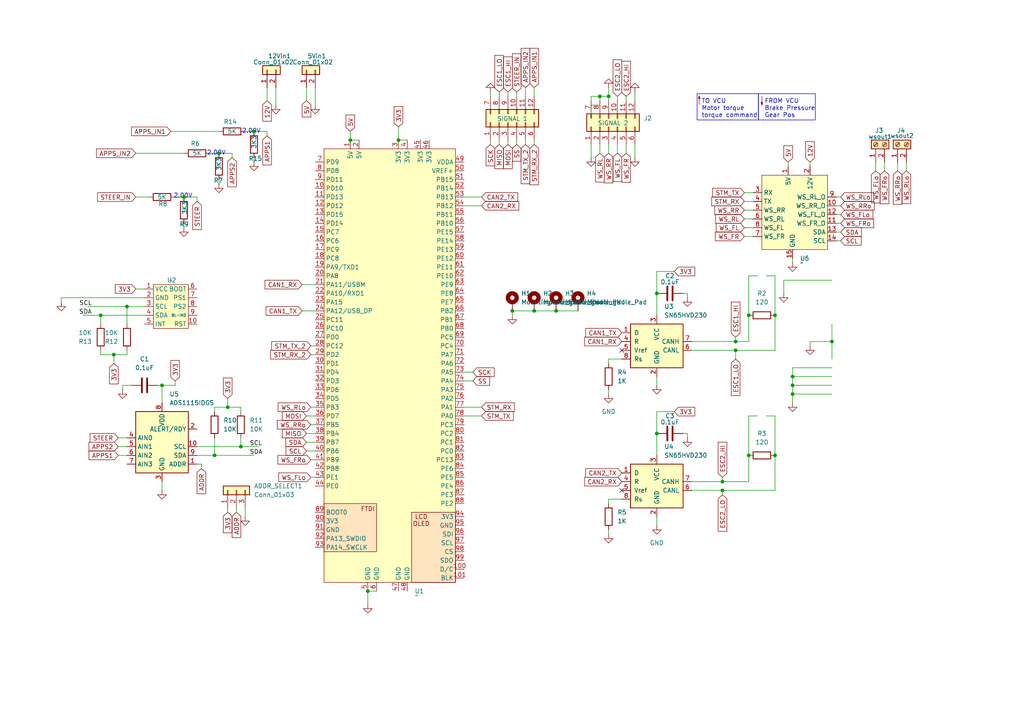
<source format=kicad_sch>
(kicad_sch (version 20250114) (generator "eeschema") (generator_version "9.0")
  (paper "A4")
  (rectangle (start 202.184 27.178) (end 219.964 34.798))
  (rectangle (start 219.964 27.178) (end 236.474 34.798))
  (text "FROM VCU\nBrake Pressure\nGear Pos\n" (at 221.742 31.496 0) (effects (font (size 1.27 1.27)) (justify left)))
  (text "2.00V\n" (at 62.738 44.45 0) (effects (font (size 1.27 1.27))))
  (text "2.00V\n" (at 53.086 56.896 0) (effects (font (size 1.27 1.27))))
  (text "TO VCU\nMotor torque\ntorque command\n" (at 203.454 31.496 0) (effects (font (size 1.27 1.27)) (justify left)))
  (text "2.00V\n" (at 72.898 38.1 0) (effects (font (size 1.27 1.27))))
  (junction (at 154.94 90.17))
  (junction (at 53.34 57.15))
  (junction (at 63.5 44.45))
  (junction (at 224.79 91.44))
  (junction (at 69.85 129.54))
  (junction (at 36.83 88.9))
  (junction (at 241.3 99.06))
  (junction (at 213.36 99.06))
  (junction (at 33.02 102.87))
  (junction (at 101.6 40.64))
  (junction (at 217.17 91.44))
  (junction (at 66.04 118.11))
  (junction (at 217.17 132.08))
  (junction (at 176.53 27.94))
  (junction (at 229.87 109.22))
  (junction (at 173.99 27.94))
  (junction (at 229.87 114.3))
  (junction (at 229.87 111.76))
  (junction (at 209.55 139.7))
  (junction (at 190.5 85.09))
  (junction (at 148.59 90.17))
  (junction (at 161.29 90.17))
  (junction (at 209.55 142.24))
  (junction (at 115.57 40.64))
  (junction (at 190.5 125.73))
  (junction (at 46.99 111.76))
  (junction (at 224.79 132.08))
  (junction (at 73.66 38.1))
  (junction (at 62.23 132.08))
  (junction (at 29.21 91.44))
  (junction (at 213.36 101.6))
  (junction (at 106.68 171.45))
  (no_connect (at 180.34 142.24))
  (no_connect (at 180.34 101.6))
  (wire (pts (xy 62.23 127) (xy 62.23 132.08)))
  (wire (pts (xy 181.61 41.91) (xy 181.61 44.45)))
  (wire (pts (xy 181.61 27.94) (xy 181.61 29.21)))
  (wire (pts (xy 33.02 105.41) (xy 33.02 102.87)))
  (wire (pts (xy 217.17 80.01) (xy 219.71 80.01)))
  (wire (pts (xy 88.9 130.81) (xy 91.44 130.81)))
  (wire (pts (xy 134.62 107.95) (xy 137.16 107.95)))
  (wire (pts (xy 71.12 147.32) (xy 71.12 149.86)))
  (wire (pts (xy 190.5 85.09) (xy 190.5 91.44)))
  (wire (pts (xy 161.29 90.17) (xy 167.64 90.17)))
  (wire (pts (xy 66.04 148.59) (xy 66.04 147.32)))
  (wire (pts (xy 184.15 26.67) (xy 184.15 29.21)))
  (wire (pts (xy 88.9 120.65) (xy 91.44 120.65)))
  (wire (pts (xy 179.07 27.94) (xy 179.07 29.21)))
  (wire (pts (xy 222.25 120.65) (xy 224.79 120.65)))
  (wire (pts (xy 215.9 68.58) (xy 218.44 68.58)))
  (wire (pts (xy 209.55 139.7) (xy 217.17 139.7)))
  (wire (pts (xy 106.68 171.45) (xy 109.22 171.45)))
  (wire (pts (xy 134.62 110.49) (xy 137.16 110.49)))
  (wire (pts (xy 262.89 46.99) (xy 262.89 49.53)))
  (wire (pts (xy 229.87 111.76) (xy 229.87 114.3)))
  (wire (pts (xy 209.55 142.24) (xy 224.79 142.24)))
  (wire (pts (xy 50.8 111.76) (xy 50.8 110.49)))
  (wire (pts (xy 36.83 102.87) (xy 36.83 101.6)))
  (wire (pts (xy 199.39 125.73) (xy 199.39 127)))
  (wire (pts (xy 256.54 46.99) (xy 256.54 49.53)))
  (wire (pts (xy 241.3 99.06) (xy 241.3 104.14)))
  (wire (pts (xy 41.91 86.36) (xy 17.78 86.36)))
  (wire (pts (xy 215.9 63.5) (xy 218.44 63.5)))
  (wire (pts (xy 229.87 111.76) (xy 241.3 111.76)))
  (wire (pts (xy 215.9 60.96) (xy 218.44 60.96)))
  (wire (pts (xy 134.62 118.11) (xy 139.7 118.11)))
  (wire (pts (xy 242.57 69.85) (xy 243.84 69.85)))
  (wire (pts (xy 229.87 74.93) (xy 229.87 76.2)))
  (wire (pts (xy 229.87 109.22) (xy 229.87 111.76)))
  (wire (pts (xy 176.53 25.4) (xy 176.53 27.94)))
  (wire (pts (xy 213.36 101.6) (xy 213.36 104.14)))
  (wire (pts (xy 62.23 118.11) (xy 62.23 119.38)))
  (wire (pts (xy 215.9 66.04) (xy 218.44 66.04)))
  (wire (pts (xy 229.87 109.22) (xy 241.3 109.22)))
  (wire (pts (xy 134.62 120.65) (xy 139.7 120.65)))
  (wire (pts (xy 190.5 78.74) (xy 190.5 85.09)))
  (wire (pts (xy 39.37 44.45) (xy 53.34 44.45)))
  (wire (pts (xy 142.24 26.67) (xy 142.24 27.94)))
  (wire (pts (xy 134.62 57.15) (xy 139.7 57.15)))
  (wire (pts (xy 35.56 111.76) (xy 35.56 113.03)))
  (wire (pts (xy 200.66 142.24) (xy 209.55 142.24)))
  (wire (pts (xy 224.79 120.65) (xy 224.79 132.08)))
  (wire (pts (xy 229.87 114.3) (xy 229.87 116.84)))
  (wire (pts (xy 67.31 44.45) (xy 63.5 44.45)))
  (wire (pts (xy 149.86 26.67) (xy 149.86 27.94)))
  (wire (pts (xy 87.63 82.55) (xy 91.44 82.55)))
  (wire (pts (xy 217.17 99.06) (xy 217.17 91.44)))
  (wire (pts (xy 190.5 125.73) (xy 190.5 132.08)))
  (wire (pts (xy 198.12 85.09) (xy 199.39 85.09)))
  (wire (pts (xy 90.17 138.43) (xy 91.44 138.43)))
  (wire (pts (xy 260.35 46.99) (xy 260.35 49.53)))
  (wire (pts (xy 176.53 144.78) (xy 176.53 146.05)))
  (wire (pts (xy 36.83 93.98) (xy 36.83 88.9)))
  (wire (pts (xy 200.66 101.6) (xy 213.36 101.6)))
  (wire (pts (xy 144.78 26.67) (xy 144.78 27.94)))
  (wire (pts (xy 41.91 88.9) (xy 36.83 88.9)))
  (wire (pts (xy 69.85 127) (xy 69.85 129.54)))
  (wire (pts (xy 38.1 111.76) (xy 35.56 111.76)))
  (wire (pts (xy 234.95 99.06) (xy 234.95 100.33)))
  (wire (pts (xy 173.99 29.21) (xy 173.99 27.94)))
  (wire (pts (xy 60.96 44.45) (xy 63.5 44.45)))
  (wire (pts (xy 176.53 114.3) (xy 176.53 113.03)))
  (wire (pts (xy 144.78 40.64) (xy 144.78 41.91)))
  (wire (pts (xy 106.68 171.45) (xy 106.68 175.26)))
  (wire (pts (xy 242.57 64.77) (xy 243.84 64.77)))
  (wire (pts (xy 71.12 38.1) (xy 73.66 38.1)))
  (wire (pts (xy 171.45 34.29) (xy 171.45 33.02)))
  (wire (pts (xy 234.95 46.99) (xy 234.95 48.26)))
  (wire (pts (xy 215.9 58.42) (xy 218.44 58.42)))
  (wire (pts (xy 58.42 134.62) (xy 58.42 135.89)))
  (wire (pts (xy 77.47 25.4) (xy 77.47 29.21)))
  (wire (pts (xy 34.29 127) (xy 36.83 127)))
  (wire (pts (xy 88.9 25.4) (xy 88.9 29.21)))
  (wire (pts (xy 229.87 106.68) (xy 229.87 109.22)))
  (wire (pts (xy 36.83 88.9) (xy 25.4 88.9)))
  (wire (pts (xy 53.34 66.04) (xy 53.34 64.77)))
  (wire (pts (xy 176.53 154.94) (xy 176.53 153.67)))
  (wire (pts (xy 171.45 27.94) (xy 173.99 27.94)))
  (wire (pts (xy 254 46.99) (xy 254 49.53)))
  (wire (pts (xy 90.17 102.87) (xy 91.44 102.87)))
  (wire (pts (xy 101.6 38.1) (xy 101.6 40.64)))
  (wire (pts (xy 90.17 123.19) (xy 91.44 123.19)))
  (wire (pts (xy 195.58 119.38) (xy 190.5 119.38)))
  (wire (pts (xy 36.83 102.87) (xy 33.02 102.87)))
  (wire (pts (xy 69.85 129.54) (xy 74.93 129.54)))
  (wire (pts (xy 57.15 134.62) (xy 58.42 134.62)))
  (wire (pts (xy 217.17 139.7) (xy 217.17 132.08)))
  (wire (pts (xy 50.8 57.15) (xy 53.34 57.15)))
  (wire (pts (xy 68.58 147.32) (xy 68.58 148.59)))
  (wire (pts (xy 180.34 144.78) (xy 176.53 144.78)))
  (wire (pts (xy 34.29 129.54) (xy 36.83 129.54)))
  (wire (pts (xy 63.5 52.07) (xy 63.5 53.34)))
  (wire (pts (xy 154.94 25.4) (xy 154.94 27.94)))
  (wire (pts (xy 90.17 100.33) (xy 91.44 100.33)))
  (wire (pts (xy 49.53 38.1) (xy 63.5 38.1)))
  (wire (pts (xy 67.31 45.72) (xy 67.31 44.45)))
  (wire (pts (xy 171.45 30.48) (xy 173.99 30.48)))
  (wire (pts (xy 229.87 106.68) (xy 241.3 106.68)))
  (wire (pts (xy 39.37 57.15) (xy 43.18 57.15)))
  (wire (pts (xy 213.36 97.79) (xy 213.36 99.06)))
  (wire (pts (xy 152.4 25.4) (xy 152.4 27.94)))
  (wire (pts (xy 90.17 118.11) (xy 91.44 118.11)))
  (wire (pts (xy 176.53 27.94) (xy 176.53 29.21)))
  (wire (pts (xy 57.15 57.15) (xy 53.34 57.15)))
  (wire (pts (xy 88.9 128.27) (xy 91.44 128.27)))
  (wire (pts (xy 184.15 41.91) (xy 184.15 45.72)))
  (wire (pts (xy 171.45 41.91) (xy 171.45 45.72)))
  (wire (pts (xy 147.32 40.64) (xy 147.32 41.91)))
  (wire (pts (xy 213.36 101.6) (xy 224.79 101.6)))
  (wire (pts (xy 173.99 41.91) (xy 173.99 44.45)))
  (wire (pts (xy 241.3 106.68) (xy 241.3 106.7632)))
  (wire (pts (xy 134.62 59.69) (xy 139.7 59.69)))
  (wire (pts (xy 179.07 41.91) (xy 179.07 44.45)))
  (wire (pts (xy 88.9 125.73) (xy 91.44 125.73)))
  (wire (pts (xy 209.55 138.43) (xy 209.55 139.7)))
  (wire (pts (xy 73.66 45.72) (xy 73.66 46.99)))
  (wire (pts (xy 209.55 142.24) (xy 209.55 143.51)))
  (wire (pts (xy 241.3 81.28) (xy 227.33 81.28)))
  (wire (pts (xy 69.85 118.11) (xy 69.85 119.38)))
  (wire (pts (xy 142.24 40.64) (xy 142.24 41.91)))
  (wire (pts (xy 91.44 25.4) (xy 91.44 30.48)))
  (wire (pts (xy 217.17 91.44) (xy 217.17 80.01)))
  (wire (pts (xy 171.45 31.75) (xy 171.45 30.48)))
  (wire (pts (xy 215.9 55.88) (xy 218.44 55.88)))
  (wire (pts (xy 149.86 40.64) (xy 149.86 41.91)))
  (wire (pts (xy 224.79 142.24) (xy 224.79 132.08)))
  (wire (pts (xy 227.33 81.28) (xy 227.33 85.09)))
  (wire (pts (xy 90.17 133.35) (xy 91.44 133.35)))
  (wire (pts (xy 200.66 139.7) (xy 209.55 139.7)))
  (wire (pts (xy 224.79 80.01) (xy 224.79 91.44)))
  (wire (pts (xy 62.23 118.11) (xy 66.04 118.11)))
  (wire (pts (xy 190.5 119.38) (xy 190.5 125.73)))
  (wire (pts (xy 241.3 99.06) (xy 234.95 99.06)))
  (wire (pts (xy 200.66 99.06) (xy 213.36 99.06)))
  (wire (pts (xy 29.21 102.87) (xy 29.21 101.6)))
  (wire (pts (xy 57.15 129.54) (xy 69.85 129.54)))
  (wire (pts (xy 217.17 120.65) (xy 219.71 120.65)))
  (wire (pts (xy 45.72 111.76) (xy 46.99 111.76)))
  (wire (pts (xy 39.37 83.82) (xy 41.91 83.82)))
  (wire (pts (xy 77.47 39.37) (xy 77.47 38.1)))
  (wire (pts (xy 147.32 26.67) (xy 147.32 27.94)))
  (wire (pts (xy 148.59 90.17) (xy 148.59 91.44)))
  (wire (pts (xy 228.6 46.99) (xy 228.6 48.26)))
  (wire (pts (xy 171.45 29.21) (xy 171.45 27.94)))
  (wire (pts (xy 87.63 90.17) (xy 91.44 90.17)))
  (wire (pts (xy 50.8 111.76) (xy 46.99 111.76)))
  (wire (pts (xy 224.79 101.6) (xy 224.79 91.44)))
  (wire (pts (xy 242.57 62.23) (xy 243.84 62.23)))
  (wire (pts (xy 241.3 93.98) (xy 241.3 99.06)))
  (wire (pts (xy 176.53 41.91) (xy 176.53 44.45)))
  (wire (pts (xy 62.23 132.08) (xy 73.66 132.08)))
  (wire (pts (xy 101.6 40.64) (xy 104.14 40.64)))
  (wire (pts (xy 195.58 78.74) (xy 190.5 78.74)))
  (wire (pts (xy 115.57 40.64) (xy 118.11 40.64)))
  (wire (pts (xy 217.17 132.08) (xy 217.17 120.65)))
  (wire (pts (xy 29.21 91.44) (xy 24.13 91.44)))
  (wire (pts (xy 213.36 99.06) (xy 217.17 99.06)))
  (wire (pts (xy 190.5 149.86) (xy 190.5 152.4)))
  (wire (pts (xy 69.85 118.11) (xy 66.04 118.11)))
  (wire (pts (xy 46.99 111.76) (xy 46.99 116.84)))
  (wire (pts (xy 242.57 57.15) (xy 243.84 57.15)))
  (wire (pts (xy 41.91 91.44) (xy 29.21 91.44)))
  (wire (pts (xy 154.94 90.17) (xy 161.29 90.17)))
  (wire (pts (xy 222.25 80.01) (xy 224.79 80.01)))
  (wire (pts (xy 199.39 85.09) (xy 199.39 86.36)))
  (wire (pts (xy 148.59 90.17) (xy 154.94 90.17)))
  (wire (pts (xy 115.57 36.83) (xy 115.57 40.64)))
  (wire (pts (xy 46.99 139.7) (xy 46.99 142.24)))
  (wire (pts (xy 171.45 33.02) (xy 173.99 33.02)))
  (wire (pts (xy 29.21 102.87) (xy 33.02 102.87)))
  (wire (pts (xy 17.78 86.36) (xy 17.78 87.63)))
  (wire (pts (xy 190.5 109.22) (xy 190.5 111.76)))
  (wire (pts (xy 34.29 132.08) (xy 36.83 132.08)))
  (wire (pts (xy 154.94 40.64) (xy 154.94 41.91)))
  (wire (pts (xy 173.99 27.94) (xy 176.53 27.94)))
  (wire (pts (xy 80.01 25.4) (xy 80.01 30.48)))
  (wire (pts (xy 29.21 93.98) (xy 29.21 91.44)))
  (wire (pts (xy 242.57 59.69) (xy 243.84 59.69)))
  (wire (pts (xy 180.34 104.14) (xy 176.53 104.14)))
  (wire (pts (xy 242.57 67.31) (xy 243.84 67.31)))
  (wire (pts (xy 57.15 58.42) (xy 57.15 57.15)))
  (wire (pts (xy 77.47 38.1) (xy 73.66 38.1)))
  (wire (pts (xy 66.04 115.57) (xy 66.04 118.11)))
  (wire (pts (xy 198.12 125.73) (xy 199.39 125.73)))
  (wire (pts (xy 176.53 104.14) (xy 176.53 105.41)))
  (wire (pts (xy 229.87 114.3) (xy 241.3 114.3)))
  (wire (pts (xy 152.4 40.64) (xy 152.4 41.91)))
  (wire (pts (xy 57.15 132.08) (xy 62.23 132.08)))
  (label "SDA" (at 26.67 91.44 180))
  (label "SCL" (at 26.67 88.9 180))
  (label "SCL" (at 72.39 129.54 0))
  (label "SDA" (at 72.39 132.08 0))
  (global_label "APPS1" (shape input) (at 77.47 39.37 270) (property "Intersheetrefs" "${INTERSHEET_REFS}" (effects (hide yes))))
  (global_label "ESC2_HI" (shape input) (at 181.61 27.94 90) (property "Intersheetrefs" "${INTERSHEET_REFS}" (effects (hide yes))))
  (global_label "3V3" (shape input) (at 39.37 83.82 180) (property "Intersheetrefs" "${INTERSHEET_REFS}" (effects (hide yes))))
  (global_label "ADDR" (shape input) (at 68.58 148.59 270) (property "Intersheetrefs" "${INTERSHEET_REFS}" (effects (hide yes))))
  (global_label "STM_TX_2" (shape input) (at 152.4 41.91 270) (property "Intersheetrefs" "${INTERSHEET_REFS}" (effects (hide yes))))
  (global_label "3V3" (shape input) (at 33.02 105.41 270) (property "Intersheetrefs" "${INTERSHEET_REFS}" (effects (hide yes))))
  (global_label "WS_FL" (shape input) (at 179.07 44.45 270) (property "Intersheetrefs" "${INTERSHEET_REFS}" (effects (hide yes))))
  (global_label "3V3" (shape input) (at 66.04 115.57 90) (property "Intersheetrefs" "${INTERSHEET_REFS}" (effects (hide yes))))
  (global_label "CAN2_RX" (shape input) (at 139.7 59.69 0) (property "Intersheetrefs" "${INTERSHEET_REFS}" (effects (hide yes))))
  (global_label "STM_TX_2" (shape input) (at 90.17 100.33 180) (property "Intersheetrefs" "${INTERSHEET_REFS}" (effects (hide yes))))
  (global_label "ESC1_HI" (shape input) (at 213.36 97.79 90) (property "Intersheetrefs" "${INTERSHEET_REFS}" (effects (hide yes))))
  (global_label "WS_RR" (shape input) (at 176.53 44.45 270) (property "Intersheetrefs" "${INTERSHEET_REFS}" (effects (hide yes))))
  (global_label "STM_TX" (shape input) (at 215.9 55.88 180) (property "Intersheetrefs" "${INTERSHEET_REFS}" (effects (hide yes))))
  (global_label "ESC2_LO" (shape input) (at 209.55 143.51 270) (property "Intersheetrefs" "${INTERSHEET_REFS}" (effects (hide yes))))
  (global_label "APPS_IN1" (shape input) (at 154.94 25.4 90) (property "Intersheetrefs" "${INTERSHEET_REFS}" (effects (hide yes))))
  (global_label "WS_RLo" (shape input) (at 90.17 118.11 180) (property "Intersheetrefs" "${INTERSHEET_REFS}" (effects (hide yes))))
  (global_label "ESC1_HI" (shape input) (at 147.32 26.67 90) (property "Intersheetrefs" "${INTERSHEET_REFS}" (effects (hide yes))))
  (global_label "MOSI" (shape input) (at 88.9 120.65 180) (property "Intersheetrefs" "${INTERSHEET_REFS}" (effects (hide yes))))
  (global_label "5V" (shape input) (at 101.6 38.1 90) (property "Intersheetrefs" "${INTERSHEET_REFS}" (effects (hide yes))))
  (global_label "WS_FRo" (shape input) (at 256.54 49.53 270) (property "Intersheetrefs" "${INTERSHEET_REFS}" (effects (hide yes))))
  (global_label "CAN2_TX" (shape input) (at 139.7 57.15 0) (property "Intersheetrefs" "${INTERSHEET_REFS}" (effects (hide yes))))
  (global_label "WS_FL" (shape input) (at 215.9 66.04 180) (property "Intersheetrefs" "${INTERSHEET_REFS}" (effects (hide yes))))
  (global_label "ADDR" (shape input) (at 58.42 135.89 270) (property "Intersheetrefs" "${INTERSHEET_REFS}" (effects (hide yes))))
  (global_label "WS_RLo" (shape input) (at 262.89 49.53 270) (property "Intersheetrefs" "${INTERSHEET_REFS}" (effects (hide yes))))
  (global_label "ESC2_LO" (shape input) (at 179.07 27.94 90) (property "Intersheetrefs" "${INTERSHEET_REFS}" (effects (hide yes))))
  (global_label "SCL" (shape input) (at 243.84 69.85 0) (property "Intersheetrefs" "${INTERSHEET_REFS}" (effects (hide yes))))
  (global_label "WS_FLo" (shape input) (at 90.17 138.43 180) (property "Intersheetrefs" "${INTERSHEET_REFS}" (effects (hide yes))))
  (global_label "STEER_IN" (shape input) (at 149.86 26.67 90) (property "Intersheetrefs" "${INTERSHEET_REFS}" (effects (hide yes))))
  (global_label "3V3" (shape input) (at 66.04 148.59 270) (property "Intersheetrefs" "${INTERSHEET_REFS}" (effects (hide yes))))
  (global_label "MISO" (shape input) (at 88.9 125.73 180) (property "Intersheetrefs" "${INTERSHEET_REFS}" (effects (hide yes))))
  (global_label "WS_RRo" (shape input) (at 90.17 123.19 180) (property "Intersheetrefs" "${INTERSHEET_REFS}" (effects (hide yes))))
  (global_label "STEER_IN" (shape input) (at 39.37 57.15 180) (property "Intersheetrefs" "${INTERSHEET_REFS}" (effects (hide yes))))
  (global_label "WS_RL" (shape input) (at 173.99 44.45 270) (property "Intersheetrefs" "${INTERSHEET_REFS}" (effects (hide yes))))
  (global_label "3V3" (shape input) (at 195.58 119.38 0) (property "Intersheetrefs" "${INTERSHEET_REFS}" (effects (hide yes))))
  (global_label "5V" (shape input) (at 88.9 29.21 270) (property "Intersheetrefs" "${INTERSHEET_REFS}" (effects (hide yes))))
  (global_label "WS_RLo" (shape input) (at 243.84 57.15 0) (property "Intersheetrefs" "${INTERSHEET_REFS}" (effects (hide yes))))
  (global_label "ESC2_HI" (shape input) (at 209.55 138.43 90) (property "Intersheetrefs" "${INTERSHEET_REFS}" (effects (hide yes))))
  (global_label "3V3" (shape input) (at 195.58 78.74 0) (property "Intersheetrefs" "${INTERSHEET_REFS}" (effects (hide yes))))
  (global_label "SDA" (shape input) (at 243.84 67.31 0) (property "Intersheetrefs" "${INTERSHEET_REFS}" (effects (hide yes))))
  (global_label "STM_TX" (shape input) (at 139.7 120.65 0) (property "Intersheetrefs" "${INTERSHEET_REFS}" (effects (hide yes))))
  (global_label "STM_RX_2" (shape input) (at 90.17 102.87 180) (property "Intersheetrefs" "${INTERSHEET_REFS}" (effects (hide yes))))
  (global_label "CAN2_TX" (shape input) (at 180.34 137.16 180) (property "Intersheetrefs" "${INTERSHEET_REFS}" (effects (hide yes))))
  (global_label "WS_RRo" (shape input) (at 243.84 59.69 0) (property "Intersheetrefs" "${INTERSHEET_REFS}" (effects (hide yes))))
  (global_label "APPS1" (shape input) (at 34.29 132.08 180) (property "Intersheetrefs" "${INTERSHEET_REFS}" (effects (hide yes))))
  (global_label "3V3" (shape input) (at 50.8 110.49 90) (property "Intersheetrefs" "${INTERSHEET_REFS}" (effects (hide yes))))
  (global_label "WS_RRo" (shape input) (at 260.35 49.53 270) (property "Intersheetrefs" "${INTERSHEET_REFS}" (effects (hide yes))))
  (global_label "STM_RX_2" (shape input) (at 154.94 41.91 270) (property "Intersheetrefs" "${INTERSHEET_REFS}" (effects (hide yes))))
  (global_label "WS_FR" (shape input) (at 215.9 68.58 180) (property "Intersheetrefs" "${INTERSHEET_REFS}" (effects (hide yes))))
  (global_label "APPS_IN1" (shape input) (at 49.53 38.1 180) (property "Intersheetrefs" "${INTERSHEET_REFS}" (effects (hide yes))))
  (global_label "APPS_IN2" (shape input) (at 152.4 25.4 90) (property "Intersheetrefs" "${INTERSHEET_REFS}" (effects (hide yes))))
  (global_label "SS" (shape input) (at 149.86 41.91 270) (property "Intersheetrefs" "${INTERSHEET_REFS}" (effects (hide yes))))
  (global_label "SCK" (shape input) (at 137.16 107.95 0) (property "Intersheetrefs" "${INTERSHEET_REFS}" (effects (hide yes))))
  (global_label "5V" (shape input) (at 228.6 46.99 90) (property "Intersheetrefs" "${INTERSHEET_REFS}" (effects (hide yes))))
  (global_label "STM_RX" (shape input) (at 139.7 118.11 0) (property "Intersheetrefs" "${INTERSHEET_REFS}" (effects (hide yes))))
  (global_label "APPS2" (shape input) (at 34.29 129.54 180) (property "Intersheetrefs" "${INTERSHEET_REFS}" (effects (hide yes))))
  (global_label "WS_FLo" (shape input) (at 254 49.53 270) (property "Intersheetrefs" "${INTERSHEET_REFS}" (effects (hide yes))))
  (global_label "WS_FRo" (shape input) (at 243.84 64.77 0) (property "Intersheetrefs" "${INTERSHEET_REFS}" (effects (hide yes))))
  (global_label "SDA" (shape input) (at 88.9 128.27 180) (property "Intersheetrefs" "${INTERSHEET_REFS}" (effects (hide yes))))
  (global_label "MISO" (shape input) (at 144.78 41.91 270) (property "Intersheetrefs" "${INTERSHEET_REFS}" (effects (hide yes))))
  (global_label "3V3" (shape input) (at 115.57 36.83 90) (property "Intersheetrefs" "${INTERSHEET_REFS}" (effects (hide yes))))
  (global_label "APPS_IN2" (shape input) (at 39.37 44.45 180) (property "Intersheetrefs" "${INTERSHEET_REFS}" (effects (hide yes))))
  (global_label "WS_FRo" (shape input) (at 90.17 133.35 180) (property "Intersheetrefs" "${INTERSHEET_REFS}" (effects (hide yes))))
  (global_label "SS" (shape input) (at 137.16 110.49 0) (property "Intersheetrefs" "${INTERSHEET_REFS}" (effects (hide yes))))
  (global_label "SCK" (shape input) (at 142.24 41.91 270) (property "Intersheetrefs" "${INTERSHEET_REFS}" (effects (hide yes))))
  (global_label "CAN1_RX" (shape input) (at 87.63 82.55 180) (property "Intersheetrefs" "${INTERSHEET_REFS}" (effects (hide yes))))
  (global_label "CAN1_TX" (shape input) (at 180.34 96.52 180) (property "Intersheetrefs" "${INTERSHEET_REFS}" (effects (hide yes))))
  (global_label "ESC1_LO" (shape input) (at 213.36 104.14 270) (property "Intersheetrefs" "${INTERSHEET_REFS}" (effects (hide yes))))
  (global_label "APPS2" (shape input) (at 67.31 45.72 270) (property "Intersheetrefs" "${INTERSHEET_REFS}" (effects (hide yes))))
  (global_label "CAN1_RX" (shape input) (at 180.34 99.06 180) (property "Intersheetrefs" "${INTERSHEET_REFS}" (effects (hide yes))))
  (global_label "STEER" (shape input) (at 57.15 58.42 270) (property "Intersheetrefs" "${INTERSHEET_REFS}" (effects (hide yes))))
  (global_label "12V" (shape input) (at 234.95 46.99 90) (property "Intersheetrefs" "${INTERSHEET_REFS}" (effects (hide yes))))
  (global_label "WS_RL" (shape input) (at 215.9 63.5 180) (property "Intersheetrefs" "${INTERSHEET_REFS}" (effects (hide yes))))
  (global_label "WS_FLo" (shape input) (at 243.84 62.23 0) (property "Intersheetrefs" "${INTERSHEET_REFS}" (effects (hide yes))))
  (global_label "12V" (shape input) (at 77.47 29.21 270) (property "Intersheetrefs" "${INTERSHEET_REFS}" (effects (hide yes))))
  (global_label "ESC1_LO" (shape input) (at 144.78 26.67 90) (property "Intersheetrefs" "${INTERSHEET_REFS}" (effects (hide yes))))
  (global_label "CAN2_RX" (shape input) (at 180.34 139.7 180) (property "Intersheetrefs" "${INTERSHEET_REFS}" (effects (hide yes))))
  (global_label "MOSI" (shape input) (at 147.32 41.91 270) (property "Intersheetrefs" "${INTERSHEET_REFS}" (effects (hide yes))))
  (global_label "CAN1_TX" (shape input) (at 87.63 90.17 180) (property "Intersheetrefs" "${INTERSHEET_REFS}" (effects (hide yes))))
  (global_label "STM_RX" (shape input) (at 215.9 58.42 180) (property "Intersheetrefs" "${INTERSHEET_REFS}" (effects (hide yes))))
  (global_label "SCL" (shape input) (at 88.9 130.81 180) (property "Intersheetrefs" "${INTERSHEET_REFS}" (effects (hide yes))))
  (global_label "STEER" (shape input) (at 34.29 127 180) (property "Intersheetrefs" "${INTERSHEET_REFS}" (effects (hide yes))))
  (global_label "WS_FR" (shape input) (at 181.61 44.45 270) (property "Intersheetrefs" "${INTERSHEET_REFS}" (effects (hide yes))))
  (global_label "WS_RR" (shape input) (at 215.9 60.96 180) (property "Intersheetrefs" "${INTERSHEET_REFS}" (effects (hide yes))))
  (symbol (lib_id "power:GND") (at 176.53 154.94 0) (unit 1)
    (property "Reference" "#PWR05" (effects (hide yes)))
    (property "Value" "GND" (effects (hide yes)))
    (property "Description" "Power symbol creates a global label with name \"GND\" , ground" (effects (hide yes)))
  )
  (symbol (lib_id "power:GND") (at 171.45 45.72 0) (unit 1)
    (property "Reference" "#PWR019" (effects (hide yes)))
    (property "Value" "GND" (effects (hide yes)))
    (property "Description" "Power symbol creates a global label with name \"GND\" , ground" (effects (hide yes)))
  )
  (symbol (lib_id "power:GND") (at 176.53 25.4 180) (unit 1)
    (property "Reference" "#PWR026" (effects (hide yes)))
    (property "Value" "GND" (effects (hide yes)))
    (property "Description" "Power symbol creates a global label with name \"GND\" , ground" (effects (hide yes)))
  )
  (symbol (lib_id "power:GND") (at 190.5 152.4 0) (unit 1)
    (property "Reference" "#PWR06" (effects (hide yes)))
    (property "Value" "GND" (at 190.5 157.48 0))
    (property "Description" "Power symbol creates a global label with name \"GND\" , ground" (effects (hide yes)))
  )
  (symbol (lib_id "Mechanical:MountingHole_Pad") (at 161.29 87.63 0) (unit 1) (in_bom no)
    (property "Reference" "H3" (at 163.83 85.0899 0) (effects (justify left)))
    (property "Value" "MountingHole_Pad" (at 163.83 87.6299 0) (effects (justify left)))
    (property "Footprint" "MountingHole:MountingHole_3.2mm_M3_ISO7380_Pad_TopBottom" (effects (hide yes)))
    (property "Description" "Mounting Hole with connection" (effects (hide yes)))
  )
  (symbol (lib_id "Mechanical:MountingHole_Pad") (at 148.59 87.63 0) (unit 1) (in_bom no)
    (property "Reference" "H1" (at 151.13 85.0899 0) (effects (justify left)))
    (property "Value" "MountingHole_Pad" (at 151.13 87.6299 0) (effects (justify left)))
    (property "Footprint" "MountingHole:MountingHole_3.2mm_M3_ISO7380_Pad_TopBottom" (effects (hide yes)))
    (property "Description" "Mounting Hole with connection" (effects (hide yes)))
  )
  (symbol (lib_id "power:GND") (at 91.44 30.48 0) (unit 1)
    (property "Reference" "#PWR017" (effects (hide yes)))
    (property "Value" "GND" (effects (hide yes)))
    (property "Description" "Power symbol creates a global label with name \"GND\" , ground" (effects (hide yes)))
  )
  (symbol (lib_id "Device:R") (at 29.21 97.79 180) (unit 1)
    (property "Reference" "R13" (at 26.67 99.0601 0) (effects (justify left)))
    (property "Value" "10K" (at 26.67 96.5201 0) (effects (justify left)))
    (property "Footprint" "Resistor_SMD:R_0603_1608Metric" (effects (hide yes)))
    (property "Description" "Resistor" (effects (hide yes)))
  )
  (symbol (lib_id "power:GND") (at 35.56 113.03 0) (unit 1)
    (property "Reference" "#PWR012" (effects (hide yes)))
    (property "Value" "GND" (effects (hide yes)))
    (property "Description" "Power symbol creates a global label with name \"GND\" , ground" (effects (hide yes)))
  )
  (symbol (lib_id "Device:R") (at 46.99 57.15 90) (unit 1)
    (property "Reference" "R8" (at 47.244 59.182 90))
    (property "Value" "5K" (at 46.99 57.15 90))
    (property "Footprint" "Resistor_SMD:R_0603_1608Metric" (effects (hide yes)))
    (property "Description" "Resistor" (effects (hide yes)))
  )
  (symbol (lib_id "Connector:Screw_Terminal_01x02") (at 260.35 41.91 90) (unit 1)
    (property "Reference" "J4" (at 261.366 37.846 90))
    (property "Value" "wsout2" (at 261.62 39.37 90))
    (property "Footprint" "Connector_Molex:Molex_Nano-Fit_105309-xx02_1x02_P2.50mm_Vertical" (effects (hide yes)))
    (property "Description" "Generic screw terminal, single row, 01x02, script generated (kicad-library-utils/schlib/autogen/connector/)" (effects (hide yes)))
  )
  (symbol (lib_id "Device:C") (at 41.91 111.76 90) (unit 1)
    (property "Reference" "C1" (at 41.91 104.14 90))
    (property "Value" "0.1uF" (at 41.91 106.68 90))
    (property "Footprint" "Capacitor_SMD:C_0603_1608Metric" (effects (hide yes)))
    (property "Description" "Unpolarized capacitor" (effects (hide yes)))
  )
  (symbol (lib_id "power:GND") (at 46.99 142.24 0) (unit 1)
    (property "Reference" "#PWR09" (effects (hide yes)))
    (property "Value" "GND" (effects (hide yes)))
    (property "Description" "Power symbol creates a global label with name \"GND\" , ground" (effects (hide yes)))
  )
  (symbol (lib_id "Device:R") (at 176.53 109.22 180) (unit 1)
    (property "Reference" "R4" (at 179.07 107.9499 0) (effects (justify right)))
    (property "Value" "1K" (at 179.07 110.4899 0) (effects (justify right)))
    (property "Footprint" "Resistor_SMD:R_0603_1608Metric" (effects (hide yes)))
    (property "Description" "Resistor" (effects (hide yes)))
  )
  (symbol (lib_id "Device:R") (at 73.66 41.91 180) (unit 1)
    (property "Reference" "R15" (at 72.136 45.974 0) (effects (justify right)))
    (property "Value" "3K3" (at 73.66 43.18 90) (effects (justify right)))
    (property "Footprint" "Resistor_SMD:R_0603_1608Metric" (effects (hide yes)))
    (property "Description" "Resistor" (effects (hide yes)))
  )
  (symbol (lib_id "power:GND") (at 234.95 100.33 0) (unit 1)
    (property "Reference" "#PWR01" (effects (hide yes)))
    (property "Value" "GND" (effects (hide yes)))
    (property "Description" "Power symbol creates a global label with name \"GND\" , ground" (effects (hide yes)))
  )
  (symbol (lib_id "Connector_Generic:Conn_01x02") (at 88.9 20.32 90) (unit 1)
    (property "Reference" "5Vin1" (at 89.154 16.256 90) (effects (justify right)))
    (property "Value" "Conn_01x02" (at 84.836 18.034 90) (effects (justify right)))
    (property "Footprint" "Connector_Molex:Molex_Nano-Fit_105309-xx02_1x02_P2.50mm_Vertical" (effects (hide yes)))
    (property "Description" "Generic connector, single row, 01x02, script generated (kicad-library-utils/schlib/autogen/connector/)" (effects (hide yes)))
  )
  (symbol (lib_id "power:GND") (at 63.5 53.34 0) (unit 1)
    (property "Reference" "#PWR07" (effects (hide yes)))
    (property "Value" "GND" (effects (hide yes)))
    (property "Description" "Power symbol creates a global label with name \"GND\" , ground" (effects (hide yes)))
  )
  (symbol (lib_id "Graphic:SYM_Arrow_Tiny") (at 220.98 29.21 270) (unit 1) (exclude_from_sim yes) (in_bom no) (on_board no)
    (property "Reference" "#SYM2" (effects (hide yes)))
    (property "Value" "SYM_Arrow_Tiny" (effects (hide yes)))
    (property "Description" "Filled arrow, 100mil" (effects (hide yes)))
  )
  (symbol (lib_id "power:GND") (at 142.24 26.67 180) (unit 1)
    (property "Reference" "#PWR013" (effects (hide yes)))
    (property "Value" "GND" (effects (hide yes)))
    (property "Description" "Power symbol creates a global label with name \"GND\" , ground" (effects (hide yes)))
  )
  (symbol (lib_id "Device:R") (at 67.31 38.1 90) (unit 1)
    (property "Reference" "R14" (at 66.802 35.306 90))
    (property "Value" "5K" (at 67.31 38.1 90))
    (property "Footprint" "Resistor_SMD:R_0603_1608Metric" (effects (hide yes)))
    (property "Description" "Resistor" (effects (hide yes)))
  )
  (symbol (lib_id "Device:R") (at 220.98 91.44 90) (unit 1)
    (property "Reference" "R2" (at 220.98 85.09 90))
    (property "Value" "120" (at 220.98 87.63 90))
    (property "Footprint" "Resistor_SMD:R_0603_1608Metric" (effects (hide yes)))
    (property "Description" "Resistor" (effects (hide yes)))
  )
  (symbol (lib_id "Mechanical:MountingHole_Pad") (at 167.64 87.63 0) (unit 1) (in_bom no)
    (property "Reference" "H4" (at 170.18 85.0899 0) (effects (justify left)))
    (property "Value" "MountingHole_Pad" (at 170.18 87.6299 0) (effects (justify left)))
    (property "Footprint" "MountingHole:MountingHole_3.2mm_M3_ISO7380_Pad_TopBottom" (effects (hide yes)))
    (property "Description" "Mounting Hole with connection" (effects (hide yes)))
  )
  (symbol (lib_id "Device:R") (at 53.34 60.96 180) (unit 1)
    (property "Reference" "R9" (at 52.07 65.024 0) (effects (justify right)))
    (property "Value" "3K3" (at 53.594 62.23 90) (effects (justify right)))
    (property "Footprint" "Resistor_SMD:R_0603_1608Metric" (effects (hide yes)))
    (property "Description" "Resistor" (effects (hide yes)))
  )
  (symbol (lib_id "Device:R") (at 62.23 123.19 0) (unit 1)
    (property "Reference" "R10" (at 64.77 121.9199 0) (effects (justify left)))
    (property "Value" "10K" (at 64.77 124.4599 0) (effects (justify left)))
    (property "Footprint" "Resistor_SMD:R_0603_1608Metric" (effects (hide yes)))
    (property "Description" "Resistor" (effects (hide yes)))
  )
  (symbol (lib_id "power:GND") (at 73.66 46.99 0) (unit 1)
    (property "Reference" "#PWR021" (effects (hide yes)))
    (property "Value" "GND" (effects (hide yes)))
    (property "Description" "Power symbol creates a global label with name \"GND\" , ground" (effects (hide yes)))
  )
  (symbol (lib_id "power:GND") (at 80.01 30.48 0) (unit 1)
    (property "Reference" "#PWR018" (effects (hide yes)))
    (property "Value" "GND" (effects (hide yes)))
    (property "Description" "Power symbol creates a global label with name \"GND\" , ground" (effects (hide yes)))
  )
  (symbol (lib_id "Interface_CAN_LIN:SN65HVD230") (at 190.5 99.06 0) (unit 1)
    (property "Reference" "U3" (at 192.6433 88.9 0) (effects (justify left)))
    (property "Value" "SN65HVD230" (at 192.6433 91.44 0) (effects (justify left)))
    (property "Footprint" "Package_SO:SOIC-8_3.9x4.9mm_P1.27mm" (effects (hide yes)))
    (property "Datasheet" "http://www.ti.com/lit/ds/symlink/sn65hvd230.pdf" (effects (hide yes)))
    (property "Description" "CAN Bus Transceivers, 3.3V, 1Mbps, Low-Power capabilities, SOIC-8" (effects (hide yes)))
  )
  (symbol (lib_id "power:GND") (at 71.12 149.86 0) (unit 1)
    (property "Reference" "#PWR014" (effects (hide yes)))
    (property "Value" "GND" (effects (hide yes)))
    (property "Description" "Power symbol creates a global label with name \"GND\" , ground" (effects (hide yes)))
  )
  (symbol (lib_id "Analog_ADC:ADS1115IDGS") (at 46.99 129.54 0) (unit 1)
    (property "Reference" "U5" (at 49.1333 114.3 0) (effects (justify left)))
    (property "Value" "ADS1115IDGS" (at 49.1333 116.84 0) (effects (justify left)))
    (property "Footprint" "Package_SO:TSSOP-10_3x3mm_P0.5mm" (effects (hide yes)))
    (property "Datasheet" "http://www.ti.com/lit/ds/symlink/ads1113.pdf" (effects (hide yes)))
    (property "Description" "Ultra-Small, Low-Power, I2C-Compatible, 860-SPS, 16-Bit ADCs With Internal Reference, Oscillator, and Programmable Comparator, VSSOP-10" (effects (hide yes)))
  )
  (symbol (lib_id "0_wheelspeed:wheelspeed") (at 226.06 49.53 0) (unit 1)
    (property "Reference" "U6" (at 232.0133 74.93 0) (effects (justify left)))
    (property "Value" "~" (at 232.0133 76.2 0) (effects (justify left)))
    (property "Footprint" "0_WHEELSPEED:Untitled" (effects (hide yes)))
  )
  (symbol (lib_id "Connector_Generic:Conn_02x06_Top_Bottom") (at 176.53 36.83 90) (unit 1)
    (property "Reference" "J2" (at 186.69 34.2899 90) (effects (justify right)))
    (property "Value" "SIGNAL 2" (at 173.3438 35.697 90) (effects (justify right)))
    (property "Footprint" "Connector_Molex:Molex_Nano-Fit_105310-xx12_2x06_P2.50mm_Vertical" (effects (hide yes)))
    (property "Description" "Generic connector, double row, 02x06, top/bottom pin numbering scheme (row 1: 1...pins_per_row, row2: pins_per_row+1 ... num_pins), script generated (kicad-library-utils/schlib/autogen/connector/)" (effects (hide yes)))
  )
  (symbol (lib_id "power:GND") (at 17.78 87.63 0) (unit 1)
    (property "Reference" "#PWR015" (effects (hide yes)))
    (property "Value" "GND" (effects (hide yes)))
    (property "Description" "Power symbol creates a global label with name \"GND\" , ground" (effects (hide yes)))
  )
  (symbol (lib_id "Device:R") (at 63.5 48.26 180) (unit 1)
    (property "Reference" "R7" (at 61.976 52.324 0) (effects (justify right)))
    (property "Value" "3K3" (at 63.5 49.53 90) (effects (justify right)))
    (property "Footprint" "Resistor_SMD:R_0603_1608Metric" (effects (hide yes)))
    (property "Description" "Resistor" (effects (hide yes)))
  )
  (symbol (lib_id "power:GND") (at 229.87 76.2 0) (unit 1)
    (property "Reference" "#PWR024" (effects (hide yes)))
    (property "Value" "GND" (effects (hide yes)))
    (property "Description" "Power symbol creates a global label with name \"GND\" , ground" (effects (hide yes)))
  )
  (symbol (lib_id "Connector_Generic:Conn_02x06_Top_Bottom") (at 147.32 35.56 90) (unit 1)
    (property "Reference" "J1" (effects (hide yes)))
    (property "Value" "SIGNAL 1" (at 144.1338 34.427 90) (effects (justify right)))
    (property "Footprint" "Connector_Molex:Molex_Nano-Fit_105310-xx12_2x06_P2.50mm_Vertical" (effects (hide yes)))
    (property "Description" "Generic connector, double row, 02x06, top/bottom pin numbering scheme (row 1: 1...pins_per_row, row2: pins_per_row+1 ... num_pins), script generated (kicad-library-utils/schlib/autogen/connector/)" (effects (hide yes)))
  )
  (symbol (lib_id "Device:C") (at 194.31 125.73 90) (unit 1)
    (property "Reference" "C3" (at 194.31 120.65 90))
    (property "Value" "0.1uF" (at 194.31 122.428 90))
    (property "Footprint" "Capacitor_SMD:C_0603_1608Metric" (effects (hide yes)))
    (property "Description" "Unpolarized capacitor" (effects (hide yes)))
  )
  (symbol (lib_id "Mechanical:MountingHole_Pad") (at 154.94 87.63 0) (unit 1) (in_bom no)
    (property "Reference" "H2" (at 157.48 85.0899 0) (effects (justify left)))
    (property "Value" "MountingHole_Pad" (at 157.48 87.6299 0) (effects (justify left)))
    (property "Footprint" "MountingHole:MountingHole_3.2mm_M3_ISO7380_Pad_TopBottom" (effects (hide yes)))
    (property "Description" "Mounting Hole with connection" (effects (hide yes)))
  )
  (symbol (lib_id "Connector:Screw_Terminal_01x02") (at 254 41.91 90) (unit 1)
    (property "Reference" "J3" (at 255.016 37.846 90))
    (property "Value" "wsout1" (at 255.27 39.624 90))
    (property "Footprint" "Connector_Molex:Molex_Nano-Fit_105309-xx02_1x02_P2.50mm_Vertical" (effects (hide yes)))
    (property "Description" "Generic screw terminal, single row, 01x02, script generated (kicad-library-utils/schlib/autogen/connector/)" (effects (hide yes)))
  )
  (symbol (lib_id "0_BNO055:bno055") (at 49.53 78.74 0) (unit 1)
    (property "Reference" "U2" (at 49.784 81.28 0))
    (property "Value" "~" (at 49.53 81.28 0))
    (property "Footprint" "0_bno055:0_BNO055" (effects (hide yes)))
  )
  (symbol (lib_id "power:GND") (at 184.15 45.72 0) (unit 1)
    (property "Reference" "#PWR020" (effects (hide yes)))
    (property "Value" "GND" (effects (hide yes)))
    (property "Description" "Power symbol creates a global label with name \"GND\" , ground" (effects (hide yes)))
  )
  (symbol (lib_id "power:GND") (at 229.87 116.84 0) (unit 1)
    (property "Reference" "#PWR022" (effects (hide yes)))
    (property "Value" "GND" (effects (hide yes)))
    (property "Description" "Power symbol creates a global label with name \"GND\" , ground" (effects (hide yes)))
  )
  (symbol (lib_id "Device:R") (at 57.15 44.45 90) (unit 1)
    (property "Reference" "R6" (at 56.642 41.656 90))
    (property "Value" "5K" (at 57.15 44.45 90))
    (property "Footprint" "Resistor_SMD:R_0603_1608Metric" (effects (hide yes)))
    (property "Description" "Resistor" (effects (hide yes)))
  )
  (symbol (lib_id "Device:R") (at 220.98 132.08 90) (unit 1)
    (property "Reference" "R3" (at 220.98 125.73 90))
    (property "Value" "120" (at 220.98 128.27 90))
    (property "Footprint" "Resistor_SMD:R_0603_1608Metric" (effects (hide yes)))
    (property "Description" "Resistor" (effects (hide yes)))
  )
  (symbol (lib_id "power:GND") (at 199.39 127 0) (unit 1)
    (property "Reference" "#PWR010" (effects (hide yes)))
    (property "Value" "GND" (effects (hide yes)))
    (property "Description" "Power symbol creates a global label with name \"GND\" , ground" (effects (hide yes)))
  )
  (symbol (lib_id "power:GND") (at 176.53 114.3 0) (unit 1)
    (property "Reference" "#PWR03" (effects (hide yes)))
    (property "Value" "GND" (at 176.53 119.38 0))
    (property "Description" "Power symbol creates a global label with name \"GND\" , ground" (effects (hide yes)))
  )
  (symbol (lib_id "power:GND") (at 148.59 91.44 0) (unit 1)
    (property "Reference" "#PWR016" (effects (hide yes)))
    (property "Value" "GND" (effects (hide yes)))
    (property "Description" "Power symbol creates a global label with name \"GND\" , ground" (effects (hide yes)))
  )
  (symbol (lib_id "power:GND") (at 106.68 175.26 0) (unit 1)
    (property "Reference" "#PWR02" (effects (hide yes)))
    (property "Value" "GND" (effects (hide yes)))
    (property "Description" "Power symbol creates a global label with name \"GND\" , ground" (effects (hide yes)))
  )
  (symbol (lib_id "Device:R") (at 176.53 149.86 180) (unit 1)
    (property "Reference" "R5" (at 179.07 148.5899 0) (effects (justify right)))
    (property "Value" "1K" (at 179.07 151.1299 0) (effects (justify right)))
    (property "Footprint" "Resistor_SMD:R_0603_1608Metric" (effects (hide yes)))
    (property "Description" "Resistor" (effects (hide yes)))
  )
  (symbol (lib_id "power:GND") (at 53.34 66.04 0) (unit 1)
    (property "Reference" "#PWR011" (effects (hide yes)))
    (property "Value" "GND" (effects (hide yes)))
    (property "Description" "Power symbol creates a global label with name \"GND\" , ground" (effects (hide yes)))
  )
  (symbol (lib_id "power:GND") (at 199.39 86.36 0) (unit 1)
    (property "Reference" "#PWR08" (effects (hide yes)))
    (property "Value" "GND" (effects (hide yes)))
    (property "Description" "Power symbol creates a global label with name \"GND\" , ground" (effects (hide yes)))
  )
  (symbol (lib_id "Interface_CAN_LIN:SN65HVD230") (at 190.5 139.7 0) (unit 1)
    (property "Reference" "U4" (at 192.6433 129.54 0) (effects (justify left)))
    (property "Value" "SN65HVD230" (at 192.6433 132.08 0) (effects (justify left)))
    (property "Footprint" "Package_SO:SOIC-8_3.9x4.9mm_P1.27mm" (effects (hide yes)))
    (property "Datasheet" "http://www.ti.com/lit/ds/symlink/sn65hvd230.pdf" (effects (hide yes)))
    (property "Description" "CAN Bus Transceivers, 3.3V, 1Mbps, Low-Power capabilities, SOIC-8" (effects (hide yes)))
  )
  (symbol (lib_id "power:GND") (at 190.5 111.76 0) (unit 1)
    (property "Reference" "#PWR04" (effects (hide yes)))
    (property "Value" "GND" (effects (hide yes)))
    (property "Description" "Power symbol creates a global label with name \"GND\" , ground" (effects (hide yes)))
  )
  (symbol (lib_id "Connector_Generic:Conn_01x02") (at 77.47 20.32 90) (unit 1)
    (property "Reference" "12Vin1" (at 77.724 16.256 90) (effects (justify right)))
    (property "Value" "Conn_01x02" (at 73.406 18.034 90) (effects (justify right)))
    (property "Footprint" "Connector_Molex:Molex_Nano-Fit_105309-xx02_1x02_P2.50mm_Vertical" (effects (hide yes)))
    (property "Description" "Generic connector, single row, 01x02, script generated (kicad-library-utils/schlib/autogen/connector/)" (effects (hide yes)))
  )
  (symbol (lib_id "Device:R") (at 36.83 97.79 180) (unit 1)
    (property "Reference" "R12" (at 34.29 99.0601 0) (effects (justify left)))
    (property "Value" "10K" (at 34.29 96.5201 0) (effects (justify left)))
    (property "Footprint" "Resistor_SMD:R_0603_1608Metric" (effects (hide yes)))
    (property "Description" "Resistor" (effects (hide yes)))
  )
  (symbol (lib_id "0_MCU:DEVEBOX_STM32H7XX") (at 111.76 40.64 0) (unit 1)
    (property "Reference" "U1" (at 120.2533 171.45 0) (effects (justify left)))
    (property "Value" "~" (at 120.2533 172.72 0) (effects (justify left)))
    (property "Footprint" "0_MCU:STM32H7XX" (effects (hide yes)))
    (property "dimensions" "https://stm32-base.org/assets/pdf/boards/original-schematic-STM32H7XX-M.pdf" (effects (hide yes)))
  )
  (symbol (lib_id "power:GND") (at 227.33 85.09 0) (unit 1)
    (property "Reference" "#PWR023" (effects (hide yes)))
    (property "Value" "GND" (effects (hide yes)))
    (property "Description" "Power symbol creates a global label with name \"GND\" , ground" (effects (hide yes)))
  )
  (symbol (lib_id "power:GND") (at 184.15 26.67 180) (unit 1)
    (property "Reference" "#PWR025" (effects (hide yes)))
    (property "Value" "GND" (effects (hide yes)))
    (property "Description" "Power symbol creates a global label with name \"GND\" , ground" (effects (hide yes)))
  )
  (symbol (lib_id "Device:R") (at 69.85 123.19 0) (unit 1)
    (property "Reference" "R11" (at 72.39 121.9199 0) (effects (justify left)))
    (property "Value" "10K" (at 72.39 124.4599 0) (effects (justify left)))
    (property "Footprint" "Resistor_SMD:R_0603_1608Metric" (effects (hide yes)))
    (property "Description" "Resistor" (effects (hide yes)))
  )
  (symbol (lib_id "Graphic:SYM_Arrow_Tiny") (at 202.7892 29.0644 90) (unit 1) (exclude_from_sim yes) (in_bom no) (on_board no)
    (property "Reference" "#SYM1" (effects (hide yes)))
    (property "Value" "SYM_Arrow_Tiny" (effects (hide yes)))
    (property "Description" "Filled arrow, 100mil" (effects (hide yes)))
  )
  (symbol (lib_id "Device:C") (at 194.31 85.09 90) (unit 1)
    (property "Reference" "C2" (at 194.31 80.01 90))
    (property "Value" "0.1uF" (at 194.31 81.788 90))
    (property "Footprint" "Capacitor_SMD:C_0603_1608Metric" (effects (hide yes)))
    (property "Description" "Unpolarized capacitor" (effects (hide yes)))
  )
  (symbol (lib_id "Connector_Generic:Conn_01x03") (at 68.58 142.24 90) (unit 1)
    (property "Reference" "ADDR_SELECT1" (at 73.66 140.9699 90) (effects (justify right)))
    (property "Value" "Conn_01x03" (at 73.66 143.5099 90) (effects (justify right)))
    (property "Footprint" "Connector_PinHeader_2.54mm:PinHeader_1x03_P2.54mm_Vertical" (effects (hide yes)))
    (property "Description" "Generic connector, single row, 01x03, script generated (kicad-library-utils/schlib/autogen/connector/)" (effects (hide yes)))
  )
)
</source>
